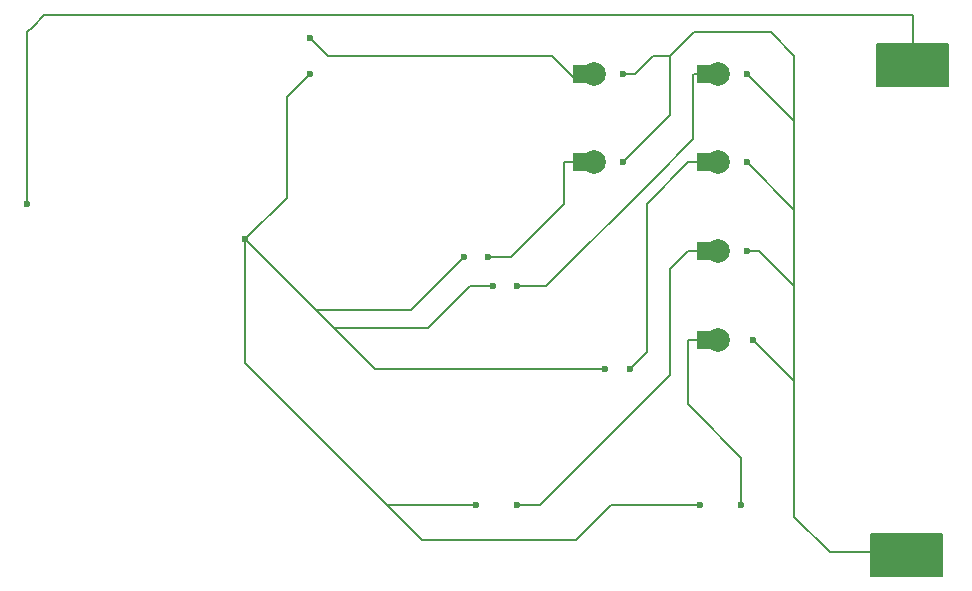
<source format=gbr>
%TF.GenerationSoftware,KiCad,Pcbnew,8.0.8*%
%TF.CreationDate,2025-07-15T17:27:57-07:00*%
%TF.ProjectId,Map Lights,4d617020-4c69-4676-9874-732e6b696361,rev?*%
%TF.SameCoordinates,Original*%
%TF.FileFunction,Copper,L2,Bot*%
%TF.FilePolarity,Positive*%
%FSLAX46Y46*%
G04 Gerber Fmt 4.6, Leading zero omitted, Abs format (unit mm)*
G04 Created by KiCad (PCBNEW 8.0.8) date 2025-07-15 17:27:57*
%MOMM*%
%LPD*%
G01*
G04 APERTURE LIST*
%TA.AperFunction,Conductor*%
%ADD10C,0.200000*%
%TD*%
%TA.AperFunction,NonConductor*%
%ADD11C,0.200000*%
%TD*%
%TA.AperFunction,WasherPad*%
%ADD12C,2.000000*%
%TD*%
%TA.AperFunction,SMDPad,CuDef*%
%ADD13R,1.500000X1.500000*%
%TD*%
%TA.AperFunction,ViaPad*%
%ADD14C,0.600000*%
%TD*%
G04 APERTURE END LIST*
%TO.N,Net-(SW1B-2)*%
D10*
X179500000Y-119500000D02*
X185500000Y-119500000D01*
X185500000Y-123000000D01*
X179500000Y-123000000D01*
X179500000Y-119500000D01*
%TA.AperFunction,Conductor*%
G36*
X179500000Y-119500000D02*
G01*
X185500000Y-119500000D01*
X185500000Y-123000000D01*
X179500000Y-123000000D01*
X179500000Y-119500000D01*
G37*
%TD.AperFunction*%
D11*
X180000000Y-78000000D02*
X186000000Y-78000000D01*
X186000000Y-81500000D01*
X180000000Y-81500000D01*
X180000000Y-78000000D01*
%TA.AperFunction,NonConductor*%
G36*
X180000000Y-78000000D02*
G01*
X186000000Y-78000000D01*
X186000000Y-81500000D01*
X180000000Y-81500000D01*
X180000000Y-78000000D01*
G37*
%TD.AperFunction*%
D10*
%TO.N,Net-(D4-A)*%
X164500000Y-80500000D02*
X165000000Y-80500000D01*
D11*
X153500000Y-88000000D02*
X154500000Y-88000000D01*
D10*
%TO.N,Net-(SW1B-2)*%
X179000000Y-121000000D02*
X179500000Y-121000000D01*
%TO.N,Net-(BT1--)*%
X130000000Y-82500000D02*
X132000000Y-80500000D01*
D11*
X164000000Y-103000000D02*
X165000000Y-103000000D01*
D10*
%TO.N,Net-(D5-A)*%
X164000000Y-95500000D02*
X165000000Y-95500000D01*
D11*
X108500000Y-76500000D02*
X108000000Y-77000000D01*
D10*
%TO.N,Net-(BT1--)*%
X126500000Y-94500000D02*
X126500000Y-105000000D01*
%TO.N,Net-(D6-A)*%
X164000000Y-88000000D02*
X165000000Y-88000000D01*
%TO.N,Net-(D2-A)*%
X133500000Y-79000000D02*
X132000000Y-77500000D01*
X153500000Y-80000000D02*
X154500000Y-81000000D01*
%TD*%
D12*
%TO.P,DV,*%
%TO.N,*%
X166500000Y-88000000D03*
D13*
%TO.P,DV,2*%
%TO.N,N/C*%
X165500000Y-88000000D03*
%TD*%
D12*
%TO.P,CI,*%
%TO.N,*%
X166500000Y-95500000D03*
D13*
%TO.P,CI,2*%
%TO.N,N/C*%
X165500000Y-95500000D03*
%TD*%
D12*
%TO.P,RW,*%
%TO.N,*%
X156000000Y-80500000D03*
D13*
%TO.P,RW,2*%
%TO.N,N/C*%
X155000000Y-80500000D03*
%TD*%
D12*
%TO.P,JT,*%
%TO.N,*%
X166500000Y-103000000D03*
D13*
%TO.P,JT,2,2*%
%TO.N,Net-(D2-A)*%
X165500000Y-103000000D03*
%TD*%
D12*
%TO.P,YM,*%
%TO.N,*%
X156000000Y-88000000D03*
D13*
%TO.P,YM,2,2*%
%TO.N,Net-(D6-A)*%
X155000000Y-88000000D03*
%TD*%
D12*
%TO.P,SQ,*%
%TO.N,*%
X166500000Y-80500000D03*
D13*
%TO.P,SQ,2,2*%
%TO.N,Net-(D4-A)*%
X165500000Y-80500000D03*
%TD*%
D14*
%TO.N,*%
X108000000Y-91500000D03*
%TO.N,Net-(BT1--)*%
X132000000Y-80500000D03*
X126500000Y-94500000D03*
X157000000Y-105500000D03*
X147500000Y-98500000D03*
X165000000Y-117000000D03*
X146000000Y-117000000D03*
X145000000Y-96000000D03*
%TO.N,Net-(D3-A)*%
X168500000Y-117000000D03*
%TO.N,Net-(D5-A)*%
X149500000Y-117000000D03*
%TO.N,Net-(SW1B-2)*%
X169000000Y-95500000D03*
X169500000Y-103000000D03*
X158500000Y-80500000D03*
X158500000Y-88000000D03*
X169000000Y-80500000D03*
X169000000Y-88000000D03*
%TO.N,Net-(D2-A)*%
X132000000Y-77500000D03*
%TO.N,Net-(D4-A)*%
X147050000Y-96010049D03*
%TO.N,Net-(D6-A)*%
X159050000Y-105510049D03*
%TO.N,Net-(D7-A)*%
X149550000Y-98510049D03*
%TD*%
D10*
%TO.N,*%
X183000000Y-75500000D02*
X109500000Y-75500000D01*
X109500000Y-75500000D02*
X108500000Y-76500000D01*
X108000000Y-91500000D02*
X108000000Y-77000000D01*
X183000000Y-79750000D02*
X183000000Y-75500000D01*
X108000000Y-77000000D02*
X108217157Y-76782843D01*
%TO.N,Net-(BT1--)*%
X154500000Y-120000000D02*
X157500000Y-117000000D01*
X157500000Y-117000000D02*
X165000000Y-117000000D01*
X140500000Y-100500000D02*
X132500000Y-100500000D01*
X157000000Y-105500000D02*
X137500000Y-105500000D01*
X130000000Y-82500000D02*
X130000000Y-91000000D01*
X137500000Y-105500000D02*
X132500000Y-100500000D01*
X146000000Y-117000000D02*
X145966257Y-116966257D01*
X145000000Y-96000000D02*
X140500000Y-100500000D01*
X130000000Y-91000000D02*
X126500000Y-94500000D01*
X146000000Y-117000000D02*
X138500000Y-117000000D01*
X141500000Y-120000000D02*
X154500000Y-120000000D01*
X147500000Y-98500000D02*
X145500000Y-98500000D01*
X138500000Y-117000000D02*
X141500000Y-120000000D01*
X142000000Y-102000000D02*
X134000000Y-102000000D01*
X132500000Y-100500000D02*
X126500000Y-94500000D01*
X145500000Y-98500000D02*
X142000000Y-102000000D01*
X134000000Y-102000000D02*
X132500000Y-100500000D01*
X138500000Y-117000000D02*
X126500000Y-105000000D01*
%TO.N,Net-(D3-A)*%
X164000000Y-108500000D02*
X164000000Y-103000000D01*
X168500000Y-117000000D02*
X168500000Y-113000000D01*
X168500000Y-113000000D02*
X164500000Y-109000000D01*
X164500000Y-109000000D02*
X164000000Y-108500000D01*
%TO.N,Net-(D5-A)*%
X151500000Y-117000000D02*
X162500000Y-106000000D01*
X162500000Y-97000000D02*
X164000000Y-95500000D01*
X149500000Y-117000000D02*
X151500000Y-117000000D01*
X162500000Y-106000000D02*
X162500000Y-97000000D01*
%TO.N,Net-(SW1B-2)*%
X173000000Y-79000000D02*
X173000000Y-92000000D01*
X173000000Y-99000000D02*
X173000000Y-118000000D01*
X162500000Y-79000000D02*
X164500000Y-77000000D01*
X158500000Y-80500000D02*
X159500000Y-80500000D01*
X162500000Y-84000000D02*
X162500000Y-79000000D01*
X169000000Y-80500000D02*
X173000000Y-84500000D01*
X173000000Y-98500000D02*
X173000000Y-99000000D01*
X169000000Y-88000000D02*
X173000000Y-92000000D01*
X173000000Y-92000000D02*
X173000000Y-99000000D01*
X158500000Y-88000000D02*
X162500000Y-84000000D01*
X169000000Y-95500000D02*
X170000000Y-95500000D01*
X171000000Y-77000000D02*
X173000000Y-79000000D01*
X169500000Y-103000000D02*
X173000000Y-106500000D01*
X161000000Y-79000000D02*
X162500000Y-79000000D01*
X164500000Y-77000000D02*
X171000000Y-77000000D01*
X159500000Y-80500000D02*
X161000000Y-79000000D01*
X170000000Y-95500000D02*
X173000000Y-98500000D01*
X176000000Y-121000000D02*
X179000000Y-121000000D01*
X173000000Y-118000000D02*
X176000000Y-121000000D01*
%TO.N,Net-(D2-A)*%
X152500000Y-79000000D02*
X153950000Y-80450000D01*
X133500000Y-79000000D02*
X152500000Y-79000000D01*
%TO.N,Net-(D4-A)*%
X148989951Y-96010049D02*
X149000000Y-96000000D01*
X164450000Y-80500000D02*
X164450000Y-81000000D01*
X148989951Y-96010049D02*
X153500000Y-91500000D01*
X147050000Y-96010049D02*
X148989951Y-96010049D01*
X153500000Y-91500000D02*
X153500000Y-88000000D01*
X164450000Y-86000000D02*
X164450000Y-80500000D01*
%TO.N,Net-(D6-A)*%
X160500000Y-104060049D02*
X160500000Y-91500000D01*
X160500000Y-91500000D02*
X164000000Y-88000000D01*
X159050000Y-105510049D02*
X160500000Y-104060049D01*
%TO.N,Net-(D7-A)*%
X161000000Y-89500000D02*
X164450000Y-86050000D01*
X151989951Y-98510049D02*
X161000000Y-89500000D01*
X149550000Y-98510049D02*
X151989951Y-98510049D01*
%TD*%
M02*

</source>
